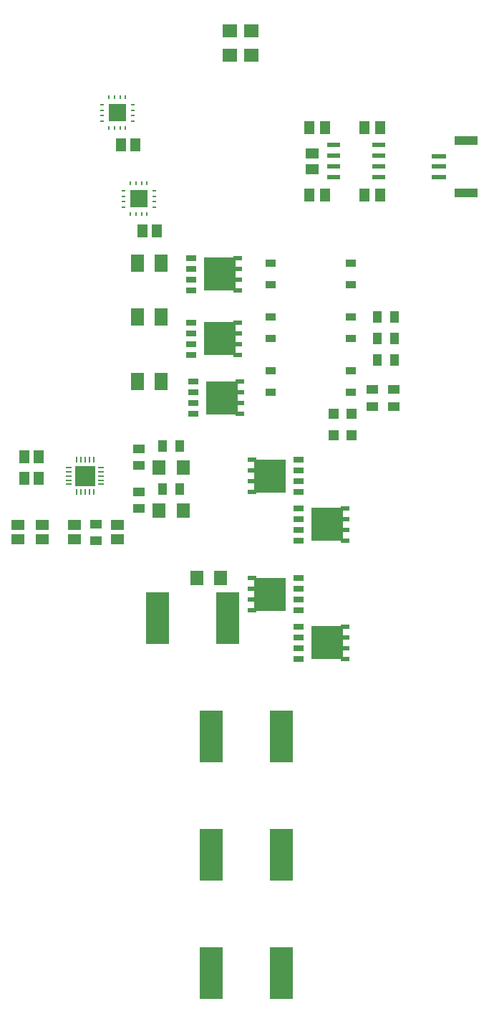
<source format=gbr>
G04 EAGLE Gerber RS-274X export*
G75*
%MOMM*%
%FSLAX34Y34*%
%LPD*%
%INSolderpaste Top*%
%IPPOS*%
%AMOC8*
5,1,8,0,0,1.08239X$1,22.5*%
G01*
%ADD10R,1.300000X1.500000*%
%ADD11R,2.700000X6.200000*%
%ADD12C,0.250000*%
%ADD13R,0.250000X0.325000*%
%ADD14R,0.325000X0.250000*%
%ADD15R,2.100000X2.100000*%
%ADD16R,1.300000X0.900000*%
%ADD17R,1.100000X1.400000*%
%ADD18R,1.600000X2.000000*%
%ADD19R,1.803000X1.600000*%
%ADD20R,1.524000X0.609600*%
%ADD21R,1.500000X1.300000*%
%ADD22R,1.700000X0.600000*%
%ADD23R,2.700000X1.000000*%
%ADD24R,1.270000X0.635000*%
%ADD25R,1.020000X0.610000*%
%ADD26R,3.810000X3.910000*%
%ADD27R,0.700000X0.250000*%
%ADD28R,0.250000X0.700000*%
%ADD29R,2.450000X2.450000*%
%ADD30R,1.600000X1.803000*%
%ADD31R,1.400000X1.100000*%
%ADD32R,1.200000X1.200000*%
%ADD33R,1.600000X1.800000*%


D10*
X795900Y1676400D03*
X778900Y1676400D03*
X821300Y1574800D03*
X804300Y1574800D03*
D11*
X885600Y838200D03*
X968600Y838200D03*
X885600Y977900D03*
X968600Y977900D03*
X885600Y698500D03*
X968600Y698500D03*
X822100Y1117600D03*
X905100Y1117600D03*
D12*
X764950Y1697500D03*
X771450Y1697500D03*
X777950Y1697500D03*
X784450Y1697500D03*
X791700Y1704750D03*
X791700Y1711250D03*
X791700Y1717750D03*
X791700Y1724250D03*
X784450Y1731500D03*
X777950Y1731500D03*
X771450Y1731500D03*
X764950Y1731500D03*
X757700Y1724250D03*
X757700Y1717750D03*
X757700Y1711250D03*
X757700Y1704750D03*
D13*
X764950Y1695875D03*
X771450Y1695875D03*
X777950Y1695875D03*
X784450Y1695875D03*
D14*
X793325Y1704750D03*
X793325Y1711250D03*
X793325Y1717750D03*
X793325Y1724250D03*
D13*
X784450Y1733125D03*
X777950Y1733125D03*
X771450Y1733125D03*
X764950Y1733125D03*
D14*
X756075Y1724250D03*
X756075Y1717750D03*
X756075Y1711250D03*
X756075Y1704750D03*
D15*
X774700Y1714500D03*
D12*
X790350Y1595900D03*
X796850Y1595900D03*
X803350Y1595900D03*
X809850Y1595900D03*
X817100Y1603150D03*
X817100Y1609650D03*
X817100Y1616150D03*
X817100Y1622650D03*
X809850Y1629900D03*
X803350Y1629900D03*
X796850Y1629900D03*
X790350Y1629900D03*
X783100Y1622650D03*
X783100Y1616150D03*
X783100Y1609650D03*
X783100Y1603150D03*
D13*
X790350Y1594275D03*
X796850Y1594275D03*
X803350Y1594275D03*
X809850Y1594275D03*
D14*
X818725Y1603150D03*
X818725Y1609650D03*
X818725Y1616150D03*
X818725Y1622650D03*
D13*
X809850Y1631525D03*
X803350Y1631525D03*
X796850Y1631525D03*
X790350Y1631525D03*
D14*
X781475Y1622650D03*
X781475Y1616150D03*
X781475Y1609650D03*
X781475Y1603150D03*
D15*
X800100Y1612900D03*
D16*
X1050800Y1384300D03*
X1050800Y1409700D03*
X955800Y1409700D03*
X955800Y1384300D03*
X1050800Y1447800D03*
X1050800Y1473200D03*
X955800Y1473200D03*
X955800Y1447800D03*
X1050800Y1511300D03*
X1050800Y1536700D03*
X955800Y1536700D03*
X955800Y1511300D03*
D17*
X1102200Y1422400D03*
X1082200Y1422400D03*
X1102200Y1447800D03*
X1082200Y1447800D03*
X1102200Y1473200D03*
X1082200Y1473200D03*
D18*
X798800Y1397000D03*
X826800Y1397000D03*
X798800Y1473200D03*
X826800Y1473200D03*
X798800Y1536700D03*
X826800Y1536700D03*
D10*
X1001738Y1697038D03*
X1020738Y1697038D03*
X1001738Y1617663D03*
X1020738Y1617663D03*
D19*
X908050Y1782830D03*
X908050Y1811270D03*
X933450Y1782830D03*
X933450Y1811270D03*
D20*
X1030351Y1676400D03*
X1084199Y1676400D03*
X1030351Y1663700D03*
X1030351Y1651000D03*
X1084199Y1663700D03*
X1084199Y1651000D03*
X1030351Y1638300D03*
X1084199Y1638300D03*
D10*
X1085825Y1617663D03*
X1066825Y1617663D03*
D21*
X1004888Y1647850D03*
X1004888Y1666850D03*
D10*
X1066825Y1697038D03*
X1085825Y1697038D03*
D22*
X1155138Y1651000D03*
X1155138Y1638500D03*
X1155138Y1663500D03*
D23*
X1187138Y1620000D03*
X1187138Y1682000D03*
D24*
X864840Y1397000D03*
X864840Y1384300D03*
X864840Y1371600D03*
X864840Y1358900D03*
D25*
X919490Y1358900D03*
X919490Y1371600D03*
X919490Y1384300D03*
X919490Y1397000D03*
D26*
X898440Y1377950D03*
D24*
X862300Y1466850D03*
X862300Y1454150D03*
X862300Y1441450D03*
X862300Y1428750D03*
D25*
X916950Y1428750D03*
X916950Y1441450D03*
X916950Y1454150D03*
X916950Y1466850D03*
D26*
X895900Y1447800D03*
D24*
X862300Y1543050D03*
X862300Y1530350D03*
X862300Y1517650D03*
X862300Y1504950D03*
D25*
X916950Y1504950D03*
X916950Y1517650D03*
X916950Y1530350D03*
X916950Y1543050D03*
D26*
X895900Y1524000D03*
D27*
X755600Y1275875D03*
X755600Y1280875D03*
X755600Y1285875D03*
X755600Y1290875D03*
X755600Y1295875D03*
D28*
X746600Y1304875D03*
X741600Y1304875D03*
X736600Y1304875D03*
X731600Y1304875D03*
X726600Y1304875D03*
D27*
X717600Y1295875D03*
X717600Y1290875D03*
X717600Y1285875D03*
X717600Y1280875D03*
X717600Y1275875D03*
D28*
X726600Y1266875D03*
X731600Y1266875D03*
X736600Y1266875D03*
X741600Y1266875D03*
X746600Y1266875D03*
D29*
X736600Y1285875D03*
D30*
X852420Y1244600D03*
X823980Y1244600D03*
D31*
X800100Y1267300D03*
X800100Y1247300D03*
D17*
X848200Y1270000D03*
X828200Y1270000D03*
D30*
X852420Y1295400D03*
X823980Y1295400D03*
D31*
X800100Y1318100D03*
X800100Y1298100D03*
D17*
X848200Y1320800D03*
X828200Y1320800D03*
D21*
X774700Y1227700D03*
X774700Y1210700D03*
X723900Y1227700D03*
X723900Y1210700D03*
D31*
X749300Y1209200D03*
X749300Y1229200D03*
X1076325Y1367950D03*
X1076325Y1387950D03*
X1101725Y1367950D03*
X1101725Y1387950D03*
D32*
X1030900Y1358900D03*
X1051900Y1358900D03*
X1030900Y1333500D03*
X1051900Y1333500D03*
D21*
X685800Y1227700D03*
X685800Y1210700D03*
X657225Y1227700D03*
X657225Y1210700D03*
D24*
X989300Y1108075D03*
X989300Y1095375D03*
X989300Y1082675D03*
X989300Y1069975D03*
D25*
X1043950Y1069975D03*
X1043950Y1082675D03*
X1043950Y1095375D03*
X1043950Y1108075D03*
D26*
X1022900Y1089025D03*
D24*
X988725Y1127125D03*
X988725Y1139825D03*
X988725Y1152525D03*
X988725Y1165225D03*
D25*
X934075Y1165225D03*
X934075Y1152525D03*
X934075Y1139825D03*
X934075Y1127125D03*
D26*
X955125Y1146175D03*
D10*
X681600Y1282700D03*
X664600Y1282700D03*
D24*
X989300Y1247775D03*
X989300Y1235075D03*
X989300Y1222375D03*
X989300Y1209675D03*
D25*
X1043950Y1209675D03*
X1043950Y1222375D03*
X1043950Y1235075D03*
X1043950Y1247775D03*
D26*
X1022900Y1228725D03*
D24*
X988725Y1266825D03*
X988725Y1279525D03*
X988725Y1292225D03*
X988725Y1304925D03*
D25*
X934075Y1304925D03*
X934075Y1292225D03*
X934075Y1279525D03*
X934075Y1266825D03*
D26*
X955125Y1285875D03*
D10*
X681600Y1308100D03*
X664600Y1308100D03*
D33*
X896650Y1165225D03*
X868650Y1165225D03*
M02*

</source>
